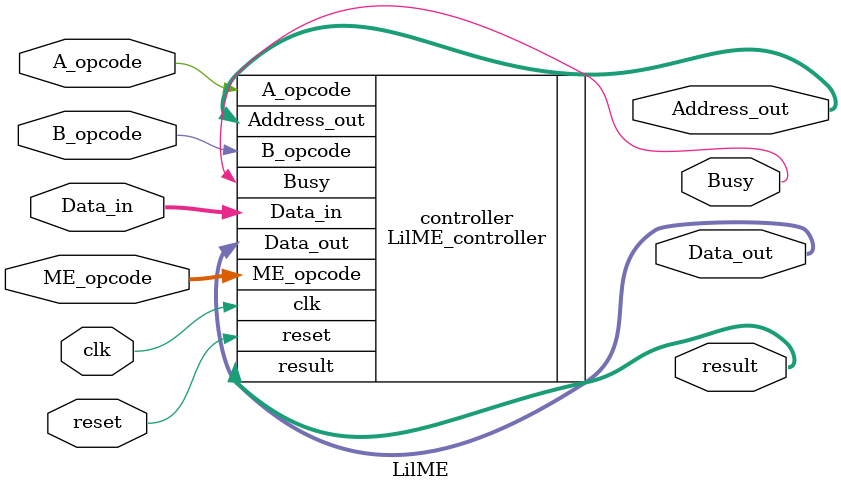
<source format=v>
module LilME #
  (
  parameter aw = 31, 
  parameter dw = 31,
  parameter row = 4,
  parameter col = 4 )
  ( 
    input wire [2:0] ME_opcode,
   input wire clk,
   input wire reset,
   input wire A_opcode,
   input wire B_opcode,
   output wire Busy,
   output wire [aw:0] Address_out ,
   input wire [dw:0] Data_in,
   output wire [dw:0] Data_out,
   output wire [dw:0] result
  );
  LilME_controller #
  (
    .aw(aw),
    .dw(dw),
    .row(row),
    .col(col)
  )
  controller 
  (
    .clk(clk),
    .reset(reset),
    .ME_opcode(ME_opcode),
    .A_opcode(A_opcode),
    .B_opcode(B_opcode),
    .Address_out(Address_out),
    .Data_in(Data_in),
    .Data_out(Data_out),
    .Busy(Busy),
    .result(result)
  );

endmodule
  

</source>
